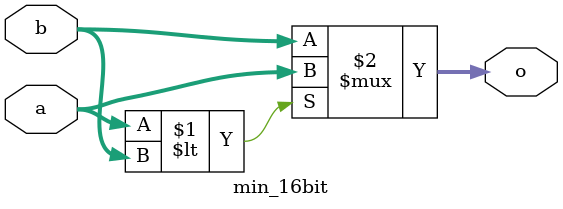
<source format=v>
module min_16bit(o,a,b);
	output [15:0]o;
	input [15:0]a;
	input [15:0]b;
	
	assign o = a < b ? a : b;
	
endmodule

</source>
